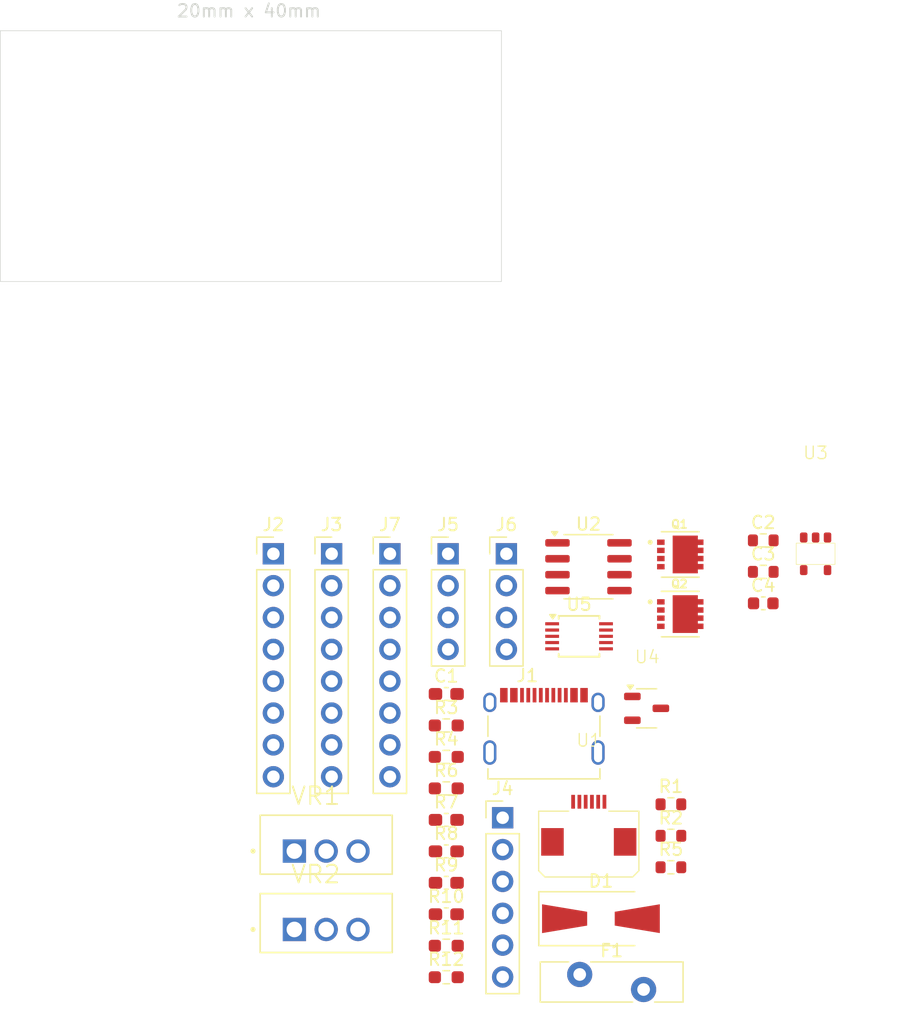
<source format=kicad_pcb>
(kicad_pcb (version 20240108) (generator "pcbnew") (generator_version "8.0")
  (layers (0 "F.Cu" signal) (31 "B.Cu" signal) (34 "B.Paste" user) (35 "F.Paste" user) (36 "B.SilkS" user "B.Silkscreen") (37 "F.SilkS" user "F.Silkscreen") (38 "B.Mask" user) (39 "F.Mask" user) (44 "Edge.Cuts" user))
  (net 0 "")
  (net 1 "GND")
  (net 2 "+3V3")
  (net 3 "PWR")
  (net 4 "USB PWR")
  (net 5 "Net-(D1-K)")
  (net 8 "Net-(J1-CC1)")
  (net 9 "USB +")
  (net 10 "USB -")
  (net 11 "Net-(J1-CC2)")
  (net 12 "Raw PWR 0")
  (net 13 "Raw PWR 1")
  (net 14 "+5V")
  (net 15 "Net-(VR1-INPUT)")
  (net 16 "Net-(U4-D)")
  (net 17 "Net-(VR2-INPUT)")
  (net 18 "Analog Voltage")
  (net 19 "Net-(U4-G)")
  (net 20 "Fin Batt Voltage 0")
  (net 21 "Fin Batt Voltage 1")
  (net 22 "SCL")
  (net 23 "SDA")
  (net 25 "Analog Current")
  (footprint "Connector_PinHeader_2.54mm:PinHeader_1x08_P2.54mm_Vertical" (layer "F.Cu") (at 131.095 91.72)
    (property "Reference" "J7" (at 0 -2.33 0) (layer "F.SilkS"))
    (property "Value" "JST [G]")
    (fp_line (start -1.33 -1.33) (end 0 -1.33) (stroke (width 0.12)) (layer "F.SilkS"))
    (fp_line (start -1.33 0) (end -1.33 -1.33) (stroke (width 0.12)) (layer "F.SilkS"))
    (fp_line (start -1.33 1.27) (end -1.33 19.11) (stroke (width 0.12)) (layer "F.SilkS"))
    (fp_line (start -1.33 1.27) (end 1.33 1.27) (stroke (width 0.12)) (layer "F.SilkS"))
    (fp_line (start -1.33 19.11) (end 1.33 19.11) (stroke (width 0.12)) (layer "F.SilkS"))
    (fp_line (start 1.33 1.27) (end 1.33 19.11) (stroke (width 0.12)) (layer "F.SilkS"))
    (pad "1" thru_hole rect (at 0 0) (size 1.7 1.7) (drill 1) (layers "*.Cu" "*.Mask") (net 1 "GND"))
    (pad "2" thru_hole oval (at 0 2.54) (size 1.7 1.7) (drill 1) (layers "*.Cu" "*.Mask") (net 1 "GND"))
    (pad "3" thru_hole oval (at 0 5.08) (size 1.7 1.7) (drill 1) (layers "*.Cu" "*.Mask") (net 14 "+5V"))
    (pad "4" thru_hole oval (at 0 7.62) (size 1.7 1.7) (drill 1) (layers "*.Cu" "*.Mask") (net 14 "+5V"))
    (pad "5" thru_hole oval (at 0 10.16) (size 1.7 1.7) (drill 1) (layers "*.Cu" "*.Mask") (net 14 "+5V"))
    (pad "6" thru_hole oval (at 0 12.7) (size 1.7 1.7) (drill 1) (layers "*.Cu" "*.Mask") (net 14 "+5V"))
    (pad "7" thru_hole oval (at 0 15.24) (size 1.7 1.7) (drill 1) (layers "*.Cu" "*.Mask") (net 1 "GND"))
    (pad "8" thru_hole oval (at 0 17.78) (size 1.7 1.7) (drill 1) (layers "*.Cu" "*.Mask") (net 1 "GND"))
  )
  (footprint "Connector_PinHeader_2.54mm:PinHeader_1x04_P2.54mm_Vertical" (layer "F.Cu") (at 140.395 91.72)
    (property "Reference" "J6" (at 0 -2.33 0) (layer "F.SilkS"))
    (property "Value" "JST [B]")
    (fp_line (start -1.33 -1.33) (end 0 -1.33) (stroke (width 0.12)) (layer "F.SilkS"))
    (fp_line (start -1.33 0) (end -1.33 -1.33) (stroke (width 0.12)) (layer "F.SilkS"))
    (fp_line (start -1.33 1.27) (end -1.33 8.95) (stroke (width 0.12)) (layer "F.SilkS"))
    (fp_line (start -1.33 1.27) (end 1.33 1.27) (stroke (width 0.12)) (layer "F.SilkS"))
    (fp_line (start -1.33 8.95) (end 1.33 8.95) (stroke (width 0.12)) (layer "F.SilkS"))
    (fp_line (start 1.33 1.27) (end 1.33 8.95) (stroke (width 0.12)) (layer "F.SilkS"))
    (pad "1" thru_hole rect (at 0 0) (size 1.7 1.7) (drill 1) (layers "*.Cu" "*.Mask") (net 1 "GND"))
    (pad "2" thru_hole oval (at 0 2.54) (size 1.7 1.7) (drill 1) (layers "*.Cu" "*.Mask") (net 14 "+5V"))
    (pad "3" thru_hole oval (at 0 5.08) (size 1.7 1.7) (drill 1) (layers "*.Cu" "*.Mask") (net 14 "+5V"))
    (pad "4" thru_hole oval (at 0 7.62) (size 1.7 1.7) (drill 1) (layers "*.Cu" "*.Mask") (net 1 "GND"))
  )
  (footprint "Resistor_SMD:R_0603_1608Metric" (layer "F.Cu") (at 153.525 111.7)
    (property "Reference" "R1" (at 0 -1.43 0) (layer "F.SilkS"))
    (property "Value" "5.1K")
    (fp_line (start -0.237258 -0.5225) (end 0.237258 -0.5225) (stroke (width 0.12)) (layer "F.SilkS"))
    (fp_line (start -0.237258 0.5225) (end 0.237258 0.5225) (stroke (width 0.12)) (layer "F.SilkS"))
    (pad "1" smd roundrect (at -0.825 0) (size 0.8 0.95) (layers "F.Cu" "F.Paste" "F.Mask") (net 11 "Net-(J1-CC2)"))
    (pad "2" smd roundrect (at 0.825 0) (size 0.8 0.95) (layers "F.Cu" "F.Paste" "F.Mask") (net 1 "GND"))
  )
  (footprint "Fuse:Fuse_Bourns_MF-RHT500" (layer "F.Cu") (at 146.245 125.27)
    (property "Reference" "F1" (at 2.55 -1.9 0) (layer "F.SilkS"))
    (property "Value" "BK16-500-SZ")
    (fp_line (start -3.15 -1) (end -3.15 2.2) (stroke (width 0.12)) (layer "F.SilkS"))
    (fp_line (start -3.15 -1) (end -0.879 -1) (stroke (width 0.12)) (layer "F.SilkS"))
    (fp_line (start -3.15 2.2) (end 4.222 2.2) (stroke (width 0.12)) (layer "F.SilkS"))
    (fp_line (start 0.879 -1) (end 8.25 -1) (stroke (width 0.12)) (layer "F.SilkS"))
    (fp_line (start 5.979 2.2) (end 8.25 2.2) (stroke (width 0.12)) (layer "F.SilkS"))
    (fp_line (start 8.25 -1) (end 8.25 2.2) (stroke (width 0.12)) (layer "F.SilkS"))
    (pad "1" thru_hole circle (at 0 0) (size 2.01 2.01) (drill 1.01) (layers "*.Cu" "*.Mask") (net 5 "Net-(D1-K)"))
    (pad "2" thru_hole circle (at 5.1 1.2) (size 2.01 2.01) (drill 1.01) (layers "*.Cu" "*.Mask") (net 3 "PWR"))
  )
  (footprint "Capacitor_SMD:C_0603_1608Metric_Pad1.08x0.95mm_HandSolder" (layer "F.Cu") (at 135.595 115.45)
    (property "Reference" "R8" (at 0 -1.43 0) (layer "F.SilkS"))
    (property "Value" "3K")
    (fp_line (start -0.146267 -0.51) (end 0.146267 -0.51) (stroke (width 0.12)) (layer "F.SilkS"))
    (fp_line (start -0.146267 0.51) (end 0.146267 0.51) (stroke (width 0.12)) (layer "F.SilkS"))
    (pad "1" smd roundrect (at -0.8625 0) (size 1.075 0.95) (layers "F.Cu" "F.Paste" "F.Mask") (net 20 "Fin Batt Voltage 0"))
    (pad "2" smd roundrect (at 0.8625 0) (size 1.075 0.95) (layers "F.Cu" "F.Paste" "F.Mask") (net 1 "GND"))
  )
  (footprint "Resistor_SMD:R_0603_1608Metric_Pad0.98x0.95mm_HandSolder" (layer "F.Cu") (at 135.595 107.92)
    (property "Reference" "R4" (at 0 -1.43 0) (layer "F.SilkS"))
    (property "Value" "4K")
    (fp_line (start -0.254724 -0.5225) (end 0.254724 -0.5225) (stroke (width 0.12)) (layer "F.SilkS"))
    (fp_line (start -0.254724 0.5225) (end 0.254724 0.5225) (stroke (width 0.12)) (layer "F.SilkS"))
    (pad "1" smd roundrect (at -0.9125 0) (size 0.975 0.95) (layers "F.Cu" "F.Paste" "F.Mask") (net 18 "Analog Voltage"))
    (pad "2" smd roundrect (at 0.9125 0) (size 0.975 0.95) (layers "F.Cu" "F.Paste" "F.Mask") (net 1 "GND"))
  )
  (footprint "Capacitor_SMD:C_0603_1608Metric_Pad1.08x0.95mm_HandSolder" (layer "F.Cu") (at 135.595 117.96)
    (property "Reference" "R9" (at 0 -1.43 0) (layer "F.SilkS"))
    (property "Value" "12K")
    (fp_line (start -0.146267 -0.51) (end 0.146267 -0.51) (stroke (width 0.12)) (layer "F.SilkS"))
    (fp_line (start -0.146267 0.51) (end 0.146267 0.51) (stroke (width 0.12)) (layer "F.SilkS"))
    (pad "1" smd roundrect (at -0.8625 0) (size 1.075 0.95) (layers "F.Cu" "F.Paste" "F.Mask") (net 13 "Raw PWR 1"))
    (pad "2" smd roundrect (at 0.8625 0) (size 1.075 0.95) (layers "F.Cu" "F.Paste" "F.Mask") (net 21 "Fin Batt Voltage 1"))
  )
  (footprint "Resistor_SMD:R_0603_1608Metric_Pad0.98x0.95mm_HandSolder" (layer "F.Cu") (at 135.595 105.41)
    (property "Reference" "R3" (at 0 -1.43 0) (layer "F.SilkS"))
    (property "Value" "4K")
    (fp_line (start -0.254724 -0.5225) (end 0.254724 -0.5225) (stroke (width 0.12)) (layer "F.SilkS"))
    (fp_line (start -0.254724 0.5225) (end 0.254724 0.5225) (stroke (width 0.12)) (layer "F.SilkS"))
    (pad "1" smd roundrect (at -0.9125 0) (size 0.975 0.95) (layers "F.Cu" "F.Paste" "F.Mask") (net 3 "PWR"))
    (pad "2" smd roundrect (at 0.9125 0) (size 0.975 0.95) (layers "F.Cu" "F.Paste" "F.Mask") (net 18 "Analog Voltage"))
  )
  (footprint "Capacitor_SMD:C_0603_1608Metric_Pad1.08x0.95mm_HandSolder" (layer "F.Cu") (at 135.595 120.47)
    (property "Reference" "R10" (at 0 -1.43 0) (layer "F.SilkS"))
    (property "Value" "3K")
    (fp_line (start -0.146267 -0.51) (end 0.146267 -0.51) (stroke (width 0.12)) (layer "F.SilkS"))
    (fp_line (start -0.146267 0.51) (end 0.146267 0.51) (stroke (width 0.12)) (layer "F.SilkS"))
    (pad "1" smd roundrect (at -0.8625 0) (size 1.075 0.95) (layers "F.Cu" "F.Paste" "F.Mask") (net 21 "Fin Batt Voltage 1"))
    (pad "2" smd roundrect (at 0.8625 0) (size 1.075 0.95) (layers "F.Cu" "F.Paste" "F.Mask") (net 1 "GND"))
  )
  (footprint "5V_Regulator_Fixed_LM1084IT:TO254P1054X470X1955-3" (layer "F.Cu") (at 126.01 121.68)
    (property "Reference" "VR2" (at -0.835 -4.399 0) (layer "F.SilkS") (effects (font (size 1.4 1.4))))
    (property "Value" "LM1084IT-5.0_NOPB")
    (fp_line (start -5.27 -2.86) (end -5.27 1.84) (stroke (width 0.127)) (layer "F.SilkS"))
    (fp_line (start -5.27 1.84) (end 5.27 1.84) (stroke (width 0.127)) (layer "F.SilkS"))
    (fp_line (start 5.27 -2.86) (end -5.27 -2.86) (stroke (width 0.127)) (layer "F.SilkS"))
    (fp_line (start 5.27 1.84) (end 5.27 -2.86) (stroke (width 0.127)) (layer "F.SilkS"))
    (fp_circle (center -5.84 0) (end -5.74 0) (stroke (width 0.2)) (fill none) (layer "F.SilkS"))
    (pad "1" thru_hole rect (at -2.54 0) (size 1.86 1.86) (drill 1.24) (layers "*.Cu" "*.Mask") (net 1 "GND"))
    (pad "2" thru_hole circle (at 0 0) (size 1.86 1.86) (drill 1.24) (layers "*.Cu" "*.Mask") (net 3 "PWR"))
    (pad "3" thru_hole circle (at 2.54 0) (size 1.86 1.86) (drill 1.24) (layers "*.Cu" "*.Mask") (net 17 "Net-(VR2-INPUT)"))
  )
  (footprint "Resistor_SMD:R_0603_1608Metric_Pad0.98x0.95mm_HandSolder" (layer "F.Cu") (at 135.595 110.43)
    (property "Reference" "R6" (at 0 -1.43 0) (layer "F.SilkS"))
    (property "Value" "1K")
    (fp_line (start -0.254724 -0.5225) (end 0.254724 -0.5225) (stroke (width 0.12)) (layer "F.SilkS"))
    (fp_line (start -0.254724 0.5225) (end 0.254724 0.5225) (stroke (width 0.12)) (layer "F.SilkS"))
    (pad "1" smd roundrect (at -0.9125 0) (size 0.975 0.95) (layers "F.Cu" "F.Paste" "F.Mask") (net 4 "USB PWR"))
    (pad "2" smd roundrect (at 0.9125 0) (size 0.975 0.95) (layers "F.Cu" "F.Paste" "F.Mask") (net 19 "Net-(U4-G)"))
  )
  (footprint "Capacitor_SMD:C_0603_1608Metric_Pad1.08x0.95mm_HandSolder" (layer "F.Cu") (at 135.595 112.94)
    (property "Reference" "R7" (at 0 -1.43 0) (layer "F.SilkS"))
    (property "Value" "12K")
    (fp_line (start -0.146267 -0.51) (end 0.146267 -0.51) (stroke (width 0.12)) (layer "F.SilkS"))
    (fp_line (start -0.146267 0.51) (end 0.146267 0.51) (stroke (width 0.12)) (layer "F.SilkS"))
    (pad "1" smd roundrect (at -0.8625 0) (size 1.075 0.95) (layers "F.Cu" "F.Paste" "F.Mask") (net 12 "Raw PWR 0"))
    (pad "2" smd roundrect (at 0.8625 0) (size 1.075 0.95) (layers "F.Cu" "F.Paste" "F.Mask") (net 20 "Fin Batt Voltage 0"))
  )
  (footprint "Capacitor_SMD:C_0603_1608Metric_Pad1.08x0.95mm_HandSolder" (layer "F.Cu") (at 135.595 102.9)
    (property "Reference" "C1" (at 0 -1.43 0) (layer "F.SilkS"))
    (property "Value" "0.1uF")
    (fp_line (start -0.146267 -0.51) (end 0.146267 -0.51) (stroke (width 0.12)) (layer "F.SilkS"))
    (fp_line (start -0.146267 0.51) (end 0.146267 0.51) (stroke (width 0.12)) (layer "F.SilkS"))
    (pad "1" smd roundrect (at -0.8625 0) (size 1.075 0.95) (layers "F.Cu" "F.Paste" "F.Mask") (net 2 "+3V3"))
    (pad "2" smd roundrect (at 0.8625 0) (size 1.075 0.95) (layers "F.Cu" "F.Paste" "F.Mask") (net 1 "GND"))
  )
  (footprint "Capacitor_SMD:C_0603_1608Metric" (layer "F.Cu") (at 160.895 95.67)
    (property "Reference" "C4" (at 0 -1.43 0) (layer "F.SilkS"))
    (property "Value" "10uF")
    (fp_line (start -0.14058 -0.51) (end 0.14058 -0.51) (stroke (width 0.12)) (layer "F.SilkS"))
    (fp_line (start -0.14058 0.51) (end 0.14058 0.51) (stroke (width 0.12)) (layer "F.SilkS"))
    (pad "1" smd roundrect (at -0.775 0) (size 0.9 0.95) (layers "F.Cu" "F.Paste" "F.Mask") (net 2 "+3V3"))
    (pad "2" smd roundrect (at 0.775 0) (size 0.9 0.95) (layers "F.Cu" "F.Paste" "F.Mask") (net 1 "GND"))
  )
  (footprint "Mosfet_RQ3E100BNTB:TRANS_RQ3E100BNTB" (layer "F.Cu") (at 154.27 91.7725)
    (property "Reference" "Q1" (at -0.068 -2.4064 0) (layer "F.SilkS") (effects (font (size 0.64 0.64))))
    (property "Value" "RQ3E100BNTB")
    (fp_line (start -1.5 1.814) (end 1.5 1.814) (stroke (width 0.127)) (layer "F.SilkS"))
    (fp_line (start 1.5 -1.814) (end -1.5 -1.814) (stroke (width 0.127)) (layer "F.SilkS"))
    (fp_circle (center -2.4 -0.975) (end -2.3 -0.975) (stroke (width 0.2)) (fill none) (layer "F.SilkS"))
    (pad "1_3" smd rect (at -1.55 -0.975) (size 0.6 0.43) (layers "F.Cu" "F.Paste") (net 15 "Net-(VR1-INPUT)"))
    (pad "1_3" smd rect (at -1.55 -0.325) (size 0.6 0.43) (layers "F.Cu" "F.Paste") (net 15 "Net-(VR1-INPUT)"))
    (pad "1_3" smd rect (at -1.55 0.325) (size 0.6 0.43) (layers "F.Cu" "F.Paste") (net 15 "Net-(VR1-INPUT)"))
    (pad "4" smd rect (at -1.55 0.975) (size 0.6 0.43) (layers "F.Cu" "F.Paste") (net 16 "Net-(U4-D)"))
    (pad "5_8" smd custom (at 0 0) (size 0.5 0.5) (layers "F.Cu") (net 12 "Raw PWR 0") (options (clearance outline) (anchor rect)) (primitives (gr_poly (pts (xy -0.6 -1.5) (xy 1.4 -1.5) (xy 1.4 -1.19) (xy 1.85 -1.19) (xy 1.85 -0.76) (xy 1.4 -0.76) (xy 1.4 -0.54) (xy 1.85 -0.54) (xy 1.85 -0.11) (xy 1.4 -0.11) (xy 1.4 0.11) (xy 1.85 0.11) (xy 1.85 0.54) (xy 1.4 0.54) (xy 1.4 0.76) (xy 1.85 0.76) (xy 1.85 1.19) (xy 1.4 1.19) (xy 1.4 1.5) (xy -0.6 1.5)) (width 0.01) (fill yes))))
  )
  (footprint "Diode_SMD:D_SMA-SMB_Universal_Handsoldering" (layer "F.Cu") (at 147.94 120.82)
    (property "Reference" "D1" (at 0 -3 0) (layer "F.SilkS"))
    (property "Value" "SL54A")
    (fp_line (start -4.96 -2.15) (end -4.96 2.15) (stroke (width 0.12)) (layer "F.SilkS"))
    (fp_line (start -4.96 -2.15) (end 2.7 -2.15) (stroke (width 0.12)) (layer "F.SilkS"))
    (fp_line (start -4.96 2.15) (end 2.7 2.15) (stroke (width 0.12)) (layer "F.SilkS"))
    (pad "1" smd trapezoid (at -2.9 0) (size 3.6 1.7) (rect_delta 0.6 0) (layers "F.Cu" "F.Paste" "F.Mask") (net 5 "Net-(D1-K)"))
    (pad "2" smd trapezoid (at 2.9 0 180) (size 3.6 1.7) (rect_delta 0.6 0) (layers "F.Cu" "F.Paste" "F.Mask") (net 4 "USB PWR"))
  )
  (footprint "Mosfet_RQ3E100BNTB:TRANS_RQ3E100BNTB" (layer "F.Cu") (at 154.27 96.5275)
    (property "Reference" "Q2" (at -0.068 -2.4064 0) (layer "F.SilkS") (effects (font (size 0.64 0.64))))
    (property "Value" "RQ3E100BNTB")
    (fp_line (start -1.5 1.814) (end 1.5 1.814) (stroke (width 0.127)) (layer "F.SilkS"))
    (fp_line (start 1.5 -1.814) (end -1.5 -1.814) (stroke (width 0.127)) (layer "F.SilkS"))
    (fp_circle (center -2.4 -0.975) (end -2.3 -0.975) (stroke (width 0.2)) (fill none) (layer "F.SilkS"))
    (pad "1_3" smd rect (at -1.55 -0.975) (size 0.6 0.43) (layers "F.Cu" "F.Paste") (net 17 "Net-(VR2-INPUT)"))
    (pad "1_3" smd rect (at -1.55 -0.325) (size 0.6 0.43) (layers "F.Cu" "F.Paste") (net 17 "Net-(VR2-INPUT)"))
    (pad "1_3" smd rect (at -1.55 0.325) (size 0.6 0.43) (layers "F.Cu" "F.Paste") (net 17 "Net-(VR2-INPUT)"))
    (pad "4" smd rect (at -1.55 0.975) (size 0.6 0.43) (layers "F.Cu" "F.Paste") (net 16 "Net-(U4-D)"))
    (pad "5_8" smd custom (at 0 0) (size 0.5 0.5) (layers "F.Cu") (net 13 "Raw PWR 1") (options (clearance outline) (anchor rect)) (primitives (gr_poly (pts (xy -0.6 -1.5) (xy 1.4 -1.5) (xy 1.4 -1.19) (xy 1.85 -1.19) (xy 1.85 -0.76) (xy 1.4 -0.76) (xy 1.4 -0.54) (xy 1.85 -0.54) (xy 1.85 -0.11) (xy 1.4 -0.11) (xy 1.4 0.11) (xy 1.85 0.11) (xy 1.85 0.54) (xy 1.4 0.54) (xy 1.4 0.76) (xy 1.85 0.76) (xy 1.85 1.19) (xy 1.4 1.19) (xy 1.4 1.5) (xy -0.6 1.5)) (width 0.01) (fill yes))))
  )
  (footprint "Resistor_SMD:R_0603_1608Metric" (layer "F.Cu") (at 160.895 90.65)
    (property "Reference" "C2" (at 0 -1.43 0) (layer "F.SilkS"))
    (property "Value" "1uF")
    (fp_line (start -0.237258 -0.5225) (end 0.237258 -0.5225) (stroke (width 0.12)) (layer "F.SilkS"))
    (fp_line (start -0.237258 0.5225) (end 0.237258 0.5225) (stroke (width 0.12)) (layer "F.SilkS"))
    (pad "1" smd roundrect (at -0.825 0) (size 0.8 0.95) (layers "F.Cu" "F.Paste" "F.Mask") (net 3 "PWR"))
    (pad "2" smd roundrect (at 0.825 0) (size 0.8 0.95) (layers "F.Cu" "F.Paste" "F.Mask") (net 1 "GND"))
  )
  (footprint "Connector_PinHeader_2.54mm:PinHeader_1x08_P2.54mm_Vertical" (layer "F.Cu") (at 126.445 91.72)
    (property "Reference" "J3" (at 0 -2.33 0) (layer "F.SilkS"))
    (property "Value" "JST [P]")
    (fp_line (start -1.33 -1.33) (end 0 -1.33) (stroke (width 0.12)) (layer "F.SilkS"))
    (fp_line (start -1.33 0) (end -1.33 -1.33) (stroke (width 0.12)) (layer "F.SilkS"))
    (fp_line (start -1.33 1.27) (end -1.33 19.11) (stroke (width 0.12)) (layer "F.SilkS"))
    (fp_line (start -1.33 1.27) (end 1.33 1.27) (stroke (width 0.12)) (layer "F.SilkS"))
    (fp_line (start -1.33 19.11) (end 1.33 19.11) (stroke (width 0.12)) (layer "F.SilkS"))
    (fp_line (start 1.33 1.27) (end 1.33 19.11) (stroke (width 0.12)) (layer "F.SilkS"))
    (pad "1" thru_hole rect (at 0 0) (size 1.7 1.7) (drill 1) (layers "*.Cu" "*.Mask") (net 1 "GND"))
    (pad "2" thru_hole oval (at 0 2.54) (size 1.7 1.7) (drill 1) (layers "*.Cu" "*.Mask") (net 1 "GND"))
    (pad "3" thru_hole oval (at 0 5.08) (size 1.7 1.7) (drill 1) (layers "*.Cu" "*.Mask") (net 13 "Raw PWR 1"))
    (pad "4" thru_hole oval (at 0 7.62) (size 1.7 1.7) (drill 1) (layers "*.Cu" "*.Mask") (net 13 "Raw PWR 1"))
    (pad "5" thru_hole oval (at 0 10.16) (size 1.7 1.7) (drill 1) (layers "*.Cu" "*.Mask") (net 13 "Raw PWR 1"))
    (pad "6" thru_hole oval (at 0 12.7) (size 1.7 1.7) (drill 1) (layers "*.Cu" "*.Mask") (net 13 "Raw PWR 1"))
    (pad "7" thru_hole oval (at 0 15.24) (size 1.7 1.7) (drill 1) (layers "*.Cu" "*.Mask") (net 1 "GND"))
    (pad "8" thru_hole oval (at 0 17.78) (size 1.7 1.7) (drill 1) (layers "*.Cu" "*.Mask") (net 1 "GND"))
  )
  (footprint "Resistor_SMD:R_0603_1608Metric_Pad0.98x0.95mm_HandSolder" (layer "F.Cu") (at 135.595 122.98)
    (property "Reference" "R11" (at 0 -1.43 0) (layer "F.SilkS"))
    (property "Value" "10K")
    (fp_line (start -0.254724 -0.5225) (end 0.254724 -0.5225) (stroke (width 0.12)) (layer "F.SilkS"))
    (fp_line (start -0.254724 0.5225) (end 0.254724 0.5225) (stroke (width 0.12)) (layer "F.SilkS"))
    (pad "1" smd roundrect (at -0.9125 0) (size 0.975 0.95) (layers "F.Cu" "F.Paste" "F.Mask") (net 2 "+3V3"))
    (pad "2" smd roundrect (at 0.9125 0) (size 0.975 0.95) (layers "F.Cu" "F.Paste" "F.Mask") (net 22 "SCL"))
  )
  (footprint "Resistor_SMD:R_0603_1608Metric" (layer "F.Cu") (at 153.525 114.21)
    (property "Reference" "R2" (at 0 -1.43 0) (layer "F.SilkS"))
    (property "Value" "5.1K")
    (fp_line (start -0.237258 -0.5225) (end 0.237258 -0.5225) (stroke (width 0.12)) (layer "F.SilkS"))
    (fp_line (start -0.237258 0.5225) (end 0.237258 0.5225) (stroke (width 0.12)) (layer "F.SilkS"))
    (pad "1" smd roundrect (at -0.825 0) (size 0.8 0.95) (layers "F.Cu" "F.Paste" "F.Mask") (net 8 "Net-(J1-CC1)"))
    (pad "2" smd roundrect (at 0.825 0) (size 0.8 0.95) (layers "F.Cu" "F.Paste" "F.Mask") (net 1 "GND"))
  )
  (footprint "5V_Regulator_Fixed_LM1084IT:TO254P1054X470X1955-3" (layer "F.Cu") (at 126.01 115.43)
    (property "Reference" "VR1" (at -0.835 -4.399 0) (layer "F.SilkS") (effects (font (size 1.4 1.4))))
    (property "Value" "LM1084IT-5.0_NOPB")
    (fp_line (start -5.27 -2.86) (end -5.27 1.84) (stroke (width 0.127)) (layer "F.SilkS"))
    (fp_line (start -5.27 1.84) (end 5.27 1.84) (stroke (width 0.127)) (layer "F.SilkS"))
    (fp_line (start 5.27 -2.86) (end -5.27 -2.86) (stroke (width 0.127)) (layer "F.SilkS"))
    (fp_line (start 5.27 1.84) (end 5.27 -2.86) (stroke (width 0.127)) (layer "F.SilkS"))
    (fp_circle (center -5.84 0) (end -5.74 0) (stroke (width 0.2)) (fill none) (layer "F.SilkS"))
    (pad "1" thru_hole rect (at -2.54 0) (size 1.86 1.86) (drill 1.24) (layers "*.Cu" "*.Mask") (net 1 "GND"))
    (pad "2" thru_hole circle (at 0 0) (size 1.86 1.86) (drill 1.24) (layers "*.Cu" "*.Mask") (net 3 "PWR"))
    (pad "3" thru_hole circle (at 2.54 0) (size 1.86 1.86) (drill 1.24) (layers "*.Cu" "*.Mask") (net 15 "Net-(VR1-INPUT)"))
  )
  (footprint "Connector_PinHeader_2.54mm:PinHeader_1x06_P2.54mm_Vertical" (layer "F.Cu") (at 140.095 112.77)
    (property "Reference" "J4" (at 0 -2.33 0) (layer "F.SilkS"))
    (property "Value" "JST [USB]")
    (fp_line (start -1.33 -1.33) (end 0 -1.33) (stroke (width 0.12)) (layer "F.SilkS"))
    (fp_line (start -1.33 0) (end -1.33 -1.33) (stroke (width 0.12)) (layer "F.SilkS"))
    (fp_line (start -1.33 1.27) (end -1.33 14.03) (stroke (width 0.12)) (layer "F.SilkS"))
    (fp_line (start -1.33 1.27) (end 1.33 1.27) (stroke (width 0.12)) (layer "F.SilkS"))
    (fp_line (start -1.33 14.03) (end 1.33 14.03) (stroke (width 0.12)) (layer "F.SilkS"))
    (fp_line (start 1.33 1.27) (end 1.33 14.03) (stroke (width 0.12)) (layer "F.SilkS"))
    (pad "1" thru_hole rect (at 0 0) (size 1.7 1.7) (drill 1) (layers "*.Cu" "*.Mask") (net 1 "GND"))
    (pad "2" thru_hole oval (at 0 2.54) (size 1.7 1.7) (drill 1) (layers "*.Cu" "*.Mask") (net 4 "USB PWR"))
    (pad "3" thru_hole oval (at 0 5.08) (size 1.7 1.7) (drill 1) (layers "*.Cu" "*.Mask") (net 9 "USB +"))
    (pad "4" thru_hole oval (at 0 7.62) (size 1.7 1.7) (drill 1) (layers "*.Cu" "*.Mask") (net 10 "USB -"))
    (pad "5" thru_hole oval (at 0 10.16) (size 1.7 1.7) (drill 1) (layers "*.Cu" "*.Mask") (net 4 "USB PWR"))
    (pad "6" thru_hole oval (at 0 12.7) (size 1.7 1.7) (drill 1) (layers "*.Cu" "*.Mask") (net 1 "GND"))
  )
  (footprint "FFC_Connector:FFC Aliexpress 0.5mm 6P" (layer "F.Cu") (at 146.97 112.445)
    (property "Reference" "U1" (at 0 -5.85 0) (layer "F.SilkS") (effects (font (thickness 0.1))))
    (property "Value" "FFC [K]")
    (fp_line (start -4 -0.2) (end -1.6 -0.2) (stroke (width 0.1)) (layer "F.SilkS"))
    (fp_line (start -4 3.15) (end -4 -0.2) (stroke (width 0.1)) (layer "F.SilkS"))
    (fp_line (start -4 4.55) (end -4 3.15) (stroke (width 0.1)) (layer "F.SilkS"))
    (fp_line (start -3.5 5.05) (end -4 4.55) (stroke (width 0.1)) (layer "F.SilkS"))
    (fp_line (start -3.5 5.05) (end 3.5 5.05) (stroke (width 0.1)) (layer "F.SilkS"))
    (fp_line (start 1.6 -0.2) (end 4 -0.2) (stroke (width 0.1)) (layer "F.SilkS"))
    (fp_line (start 3.5 5.05) (end 4 4.55) (stroke (width 0.1)) (layer "F.SilkS"))
    (fp_line (start 4 -0.2) (end 4 3.15) (stroke (width 0.1)) (layer "F.SilkS"))
    (fp_line (start 4 4.55) (end 4 3.15) (stroke (width 0.1)) (layer "F.SilkS"))
    (pad "" smd rect (at -2.9 2.25) (size 1.8 2.2) (layers "F.Cu" "F.Paste" "F.Mask"))
    (pad "" smd rect (at 2.9 2.25) (size 1.8 2.2) (layers "F.Cu" "F.Paste" "F.Mask"))
    (pad "1" smd rect (at -1.25 -0.95) (size 0.3 1.1) (layers "F.Cu" "F.Paste" "F.Mask") (net 1 "GND"))
    (pad "2" smd rect (at -0.75 -0.95) (size 0.3 1.1) (layers "F.Cu" "F.Paste" "F.Mask") (net 23 "SDA"))
    (pad "3" smd rect (at -0.25 -0.95) (size 0.3 1.1) (layers "F.Cu" "F.Paste" "F.Mask") (net 9 "USB +"))
    (pad "4" smd rect (at 0.25 -0.95) (size 0.3 1.1) (layers "F.Cu" "F.Paste" "F.Mask") (net 10 "USB -"))
    (pad "5" smd rect (at 0.75 -0.95) (size 0.3 1.1) (layers "F.Cu" "F.Paste" "F.Mask") (net 22 "SCL"))
    (pad "6" smd rect (at 1.25 -0.95) (size 0.3 1.1) (layers "F.Cu" "F.Paste" "F.Mask") (net 1 "GND"))
  )
  (footprint "USBC_10171746_00021LF:AMPHENOL_10171746-00021LF" (layer "F.Cu") (at 143.39 107.57)
    (property "Reference" "J1" (at -1.325 -6.135 0) (layer "F.SilkS"))
    (property "Value" "10171746-00021LF")
    (fp_line (start -4.47 -2.905) (end -4.47 -1.295) (stroke (width 0.127)) (layer "F.SilkS"))
    (fp_line (start -4.47 2.1) (end -4.47 1.295) (stroke (width 0.127)) (layer "F.SilkS"))
    (fp_line (start 4.47 -2.905) (end 4.47 -1.295) (stroke (width 0.127)) (layer "F.SilkS"))
    (fp_line (start 4.47 2.1) (end -4.47 2.1) (stroke (width 0.127)) (layer "F.SilkS"))
    (fp_line (start 4.47 2.1) (end 4.47 1.295) (stroke (width 0.127)) (layer "F.SilkS"))
    (pad "A1_B12" smd rect (at -3.2 -4.575) (size 0.6 1.15) (layers "F.Cu" "F.Paste" "F.Mask") (net 1 "GND"))
    (pad "A4_B9" smd rect (at -2.4 -4.575) (size 0.6 1.15) (layers "F.Cu" "F.Paste" "F.Mask") (net 4 "USB PWR"))
    (pad "A5" smd rect (at -1.25 -4.575) (size 0.3 1.15) (layers "F.Cu" "F.Paste" "F.Mask") (net 8 "Net-(J1-CC1)"))
    (pad "A6" smd rect (at -0.25 -4.575) (size 0.3 1.15) (layers "F.Cu" "F.Paste" "F.Mask") (net 9 "USB +"))
    (pad "A7" smd rect (at 0.25 -4.575) (size 0.3 1.15) (layers "F.Cu" "F.Paste" "F.Mask") (net 10 "USB -"))
    (pad "A8" smd rect (at 1.25 -4.575) (size 0.3 1.15) (layers "F.Cu" "F.Paste" "F.Mask"))
    (pad "B1_A12" smd rect (at 3.2 -4.575) (size 0.6 1.15) (layers "F.Cu" "F.Paste" "F.Mask") (net 1 "GND"))
    (pad "B4_A9" smd rect (at 2.4 -4.575) (size 0.6 1.15) (layers "F.Cu" "F.Paste" "F.Mask") (net 4 "USB PWR"))
    (pad "B5" smd rect (at 1.75 -4.575) (size 0.3 1.15) (layers "F.Cu" "F.Paste" "F.Mask") (net 11 "Net-(J1-CC2)"))
    (pad "B6" smd rect (at 0.75 -4.575) (size 0.3 1.15) (layers "F.Cu" "F.Paste" "F.Mask") (net 9 "USB +"))
    (pad "B7" smd rect (at -0.75 -4.575) (size 0.3 1.15) (layers "F.Cu" "F.Paste" "F.Mask") (net 10 "USB -"))
    (pad "B8" smd rect (at -1.75 -4.575) (size 0.3 1.15) (layers "F.Cu" "F.Paste" "F.Mask"))
    (pad "SH1" thru_hole oval (at -4.32 -4) (size 1.05 1.55) (drill oval 0.65 1.15) (layers "*.Cu" "*.Mask") (net 1 "GND"))
    (pad "SH2" thru_hole oval (at 4.32 -4) (size 1.05 1.55) (drill oval 0.65 1.15) (layers "*.Cu" "*.Mask") (net 1 "GND"))
    (pad "SH3" thru_hole oval (at -4.32 0) (size 1.05 1.95) (drill oval 0.65 1.55) (layers "*.Cu" "*.Mask") (net 1 "GND"))
    (pad "SH4" thru_hole oval (at 4.32 0) (size 1.05 1.95) (drill oval 0.65 1.55) (layers "*.Cu" "*.Mask") (net 1 "GND"))
  )
  (footprint "AP7366-SOT25:AP7366" (layer "F.Cu") (at 165.075 91.72)
    (property "Reference" "U3" (at 0 -8.05 0) (layer "F.SilkS") (effects (font (thickness 0.1))))
    (property "Value" "AP7366-33W5-7")
    (fp_rect (start -1.55 -0.85) (end 1.55 0.85) (stroke (width 0.05)) (fill none) (layer "F.SilkS"))
    (pad "1" smd roundrect (at 0.95 -1.3 90) (size 0.8 0.6) (layers "F.Cu" "F.Paste" "F.Mask") (net 3 "PWR"))
    (pad "2" smd roundrect (at 0 -1.3 90) (size 0.8 0.6) (layers "F.Cu" "F.Paste" "F.Mask") (net 1 "GND"))
    (pad "3" smd roundrect (at -0.95 -1.3 90) (size 0.8 0.6) (layers "F.Cu" "F.Paste" "F.Mask") (net 3 "PWR"))
    (pad "4" smd roundrect (at -0.95 1.3 90) (size 0.8 0.6) (layers "F.Cu" "F.Paste" "F.Mask"))
    (pad "5" smd roundrect (at 0.95 1.3 90) (size 0.8 0.6) (layers "F.Cu" "F.Paste" "F.Mask") (net 2 "+3V3"))
  )
  (footprint "Resistor_SMD:R_0603_1608Metric" (layer "F.Cu") (at 160.895 93.16)
    (property "Reference" "C3" (at 0 -1.43 0) (layer "F.SilkS"))
    (property "Value" "1uF")
    (fp_line (start -0.237258 -0.5225) (end 0.237258 -0.5225) (stroke (width 0.12)) (layer "F.SilkS"))
    (fp_line (start -0.237258 0.5225) (end 0.237258 0.5225) (stroke (width 0.12)) (layer "F.SilkS"))
    (pad "1" smd roundrect (at -0.825 0) (size 0.8 0.95) (layers "F.Cu" "F.Paste" "F.Mask") (net 2 "+3V3"))
    (pad "2" smd roundrect (at 0.825 0) (size 0.8 0.95) (layers "F.Cu" "F.Paste" "F.Mask") (net 1 "GND"))
  )
  (footprint "Connector_PinHeader_2.54mm:PinHeader_1x04_P2.54mm_Vertical" (layer "F.Cu") (at 135.745 91.72)
    (property "Reference" "J5" (at 0 -2.33 0) (layer "F.SilkS"))
    (property "Value" "JST [C]")
    (fp_line (start -1.33 -1.33) (end 0 -1.33) (stroke (width 0.12)) (layer "F.SilkS"))
    (fp_line (start -1.33 0) (end -1.33 -1.33) (stroke (width 0.12)) (layer "F.SilkS"))
    (fp_line (start -1.33 1.27) (end -1.33 8.95) (stroke (width 0.12)) (layer "F.SilkS"))
    (fp_line (start -1.33 1.27) (end 1.33 1.27) (stroke (width 0.12)) (layer "F.SilkS"))
    (fp_line (start -1.33 8.95) (end 1.33 8.95) (stroke (width 0.12)) (layer "F.SilkS"))
    (fp_line (start 1.33 1.27) (end 1.33 8.95) (stroke (width 0.12)) (layer "F.SilkS"))
    (pad "1" thru_hole rect (at 0 0) (size 1.7 1.7) (drill 1) (layers "*.Cu" "*.Mask") (net 1 "GND"))
    (pad "2" thru_hole oval (at 0 2.54) (size 1.7 1.7) (drill 1) (layers "*.Cu" "*.Mask") (net 14 "+5V"))
    (pad "3" thru_hole oval (at 0 5.08) (size 1.7 1.7) (drill 1) (layers "*.Cu" "*.Mask") (net 14 "+5V"))
    (pad "4" thru_hole oval (at 0 7.62) (size 1.7 1.7) (drill 1) (layers "*.Cu" "*.Mask") (net 1 "GND"))
  )
  (footprint "Package_SO:SOIC-8_3.9x4.9mm_P1.27mm" (layer "F.Cu") (at 146.945 92.75)
    (property "Reference" "U2" (at 0 -3.4 0) (layer "F.SilkS"))
    (property "Value" "TMCS1108A2BQDR")
    (fp_line (start 0 -2.56) (end -1.95 -2.56) (stroke (width 0.12)) (layer "F.SilkS"))
    (fp_line (start 0 -2.56) (end 1.95 -2.56) (stroke (width 0.12)) (layer "F.SilkS"))
    (fp_line (start 0 2.56) (end -1.95 2.56) (stroke (width 0.12)) (layer "F.SilkS"))
    (fp_line (start 0 2.56) (end 1.95 2.56) (stroke (width 0.12)) (layer "F.SilkS"))
    (fp_poly (pts (xy -2.7 -2.465) (xy -2.94 -2.795) (xy -2.46 -2.795) (xy -2.7 -2.465)) (stroke (width 0.12)) (fill solid) (layer "F.SilkS"))
    (pad "1" smd roundrect (at -2.475 -1.905) (size 1.95 0.6) (layers "F.Cu" "F.Paste" "F.Mask") (net 3 "PWR"))
    (pad "2" smd roundrect (at -2.475 -0.635) (size 1.95 0.6) (layers "F.Cu" "F.Paste" "F.Mask") (net 3 "PWR"))
    (pad "3" smd roundrect (at -2.475 0.635) (size 1.95 0.6) (layers "F.Cu" "F.Paste" "F.Mask") (net 14 "+5V"))
    (pad "4" smd roundrect (at -2.475 1.905) (size 1.95 0.6) (layers "F.Cu" "F.Paste" "F.Mask") (net 14 "+5V"))
    (pad "5" smd roundrect (at 2.475 1.905) (size 1.95 0.6) (layers "F.Cu" "F.Paste" "F.Mask") (net 1 "GND"))
    (pad "6" smd roundrect (at 2.475 0.635) (size 1.95 0.6) (layers "F.Cu" "F.Paste" "F.Mask"))
    (pad "7" smd roundrect (at 2.475 -0.635) (size 1.95 0.6) (layers "F.Cu" "F.Paste" "F.Mask") (net 25 "Analog Current"))
    (pad "8" smd roundrect (at 2.475 -1.905) (size 1.95 0.6) (layers "F.Cu" "F.Paste" "F.Mask") (net 2 "+3V3"))
  )
  (footprint "Mosfet_RSC002P03:RSC002P03" (layer "F.Cu") (at 151.635 104.045)
    (property "Reference" "U4" (at 0 -4.1 0) (layer "F.SilkS") (effects (font (thickness 0.1))))
    (property "Value" "RSC002P03")
    (fp_line (start -0.05 -1.56) (end -0.85 -1.56) (stroke (width 0.12)) (layer "F.SilkS"))
    (fp_line (start -0.05 -1.56) (end 0.75 -1.56) (stroke (width 0.12)) (layer "F.SilkS"))
    (fp_line (start -0.05 1.56) (end -0.85 1.56) (stroke (width 0.12)) (layer "F.SilkS"))
    (fp_line (start -0.05 1.56) (end 0.75 1.56) (stroke (width 0.12)) (layer "F.SilkS"))
    (fp_poly (pts (xy -1.35 -1.51) (xy -1.59 -1.84) (xy -1.11 -1.84) (xy -1.35 -1.51)) (stroke (width 0.12)) (fill solid) (layer "F.SilkS"))
    (pad "1" smd roundrect (at -1.1875 -0.95) (size 1.325 0.6) (layers "F.Cu" "F.Paste" "F.Mask") (net 19 "Net-(U4-G)"))
    (pad "2" smd roundrect (at -1.1875 0.95) (size 1.325 0.6) (layers "F.Cu" "F.Paste" "F.Mask") (net 4 "USB PWR"))
    (pad "3" smd roundrect (at 1.0875 0) (size 1.325 0.6) (layers "F.Cu" "F.Paste" "F.Mask") (net 16 "Net-(U4-D)"))
  )
  (footprint "Connector_PinHeader_2.54mm:PinHeader_1x08_P2.54mm_Vertical" (layer "F.Cu") (at 121.795 91.72)
    (property "Reference" "J2" (at 0 -2.33 0) (layer "F.SilkS"))
    (property "Value" "JST [P]")
    (fp_line (start -1.33 -1.33) (end 0 -1.33) (stroke (width 0.12)) (layer "F.SilkS"))
    (fp_line (start -1.33 0) (end -1.33 -1.33) (stroke (width 0.12)) (layer "F.SilkS"))
    (fp_line (start -1.33 1.27) (end -1.33 19.11) (stroke (width 0.12)) (layer "F.SilkS"))
    (fp_line (start -1.33 1.27) (end 1.33 1.27) (stroke (width 0.12)) (layer "F.SilkS"))
    (fp_line (start -1.33 19.11) (end 1.33 19.11) (stroke (width 0.12)) (layer "F.SilkS"))
    (fp_line (start 1.33 1.27) (end 1.33 19.11) (stroke (width 0.12)) (layer "F.SilkS"))
    (pad "1" thru_hole rect (at 0 0) (size 1.7 1.7) (drill 1) (layers "*.Cu" "*.Mask") (net 1 "GND"))
    (pad "2" thru_hole oval (at 0 2.54) (size 1.7 1.7) (drill 1) (layers "*.Cu" "*.Mask") (net 1 "GND"))
    (pad "3" thru_hole oval (at 0 5.08) (size 1.7 1.7) (drill 1) (layers "*.Cu" "*.Mask") (net 12 "Raw PWR 0"))
    (pad "4" thru_hole oval (at 0 7.62) (size 1.7 1.7) (drill 1) (layers "*.Cu" "*.Mask") (net 12 "Raw PWR 0"))
    (pad "5" thru_hole oval (at 0 10.16) (size 1.7 1.7) (drill 1) (layers "*.Cu" "*.Mask") (net 12 "Raw PWR 0"))
    (pad "6" thru_hole oval (at 0 12.7) (size 1.7 1.7) (drill 1) (layers "*.Cu" "*.Mask") (net 12 "Raw PWR 0"))
    (pad "7" thru_hole oval (at 0 15.24) (size 1.7 1.7) (drill 1) (layers "*.Cu" "*.Mask") (net 1 "GND"))
    (pad "8" thru_hole oval (at 0 17.78) (size 1.7 1.7) (drill 1) (layers "*.Cu" "*.Mask") (net 1 "GND"))
  )
  (footprint "Package_SO:TSSOP-10_3x3mm_P0.5mm" (layer "F.Cu") (at 146.195 98.3)
    (property "Reference" "U5" (at 0 -2.55 0) (layer "F.SilkS"))
    (property "Value" "ADS1015IDGS")
    (fp_line (start -1.625 -1.625) (end -1.625 -1.4) (stroke (width 0.15)) (layer "F.SilkS"))
    (fp_line (start -1.625 -1.625) (end 1.625 -1.625) (stroke (width 0.15)) (layer "F.SilkS"))
    (fp_line (start -1.625 1.625) (end -1.625 1.4) (stroke (width 0.15)) (layer "F.SilkS"))
    (fp_line (start -1.625 1.625) (end 1.625 1.625) (stroke (width 0.15)) (layer "F.SilkS"))
    (fp_line (start 1.625 -1.625) (end 1.625 -1.4) (stroke (width 0.15)) (layer "F.SilkS"))
    (fp_line (start 1.625 1.625) (end 1.625 1.4) (stroke (width 0.15)) (layer "F.SilkS"))
    (fp_poly (pts (xy -2.1 -1.4) (xy -2.34 -1.73) (xy -1.86 -1.73) (xy -2.1 -1.4)) (stroke (width 0.12)) (fill solid) (layer "F.SilkS"))
    (pad "1" smd rect (at -2.15 -1) (size 1.1 0.25) (layers "F.Cu" "F.Paste" "F.Mask") (net 1 "GND"))
    (pad "2" smd rect (at -2.15 -0.5) (size 1.1 0.25) (layers "F.Cu" "F.Paste" "F.Mask"))
    (pad "3" smd rect (at -2.15 0) (size 1.1 0.25) (layers "F.Cu" "F.Paste" "F.Mask") (net 1 "GND"))
    (pad "4" smd rect (at -2.15 0.5) (size 1.1 0.25) (layers "F.Cu" "F.Paste" "F.Mask") (net 18 "Analog Voltage"))
    (pad "5" smd rect (at -2.15 1) (size 1.1 0.25) (layers "F.Cu" "F.Paste" "F.Mask") (net 25 "Analog Current"))
    (pad "6" smd rect (at 2.15 1) (size 1.1 0.25) (layers "F.Cu" "F.Paste" "F.Mask") (net 20 "Fin Batt Voltage 0"))
    (pad "7" smd rect (at 2.15 0.5) (size 1.1 0.25) (layers "F.Cu" "F.Paste" "F.Mask") (net 21 "Fin Batt Voltage 1"))
    (pad "8" smd rect (at 2.15 0) (size 1.1 0.25) (layers "F.Cu" "F.Paste" "F.Mask") (net 2 "+3V3"))
    (pad "9" smd rect (at 2.15 -0.5) (size 1.1 0.25) (layers "F.Cu" "F.Paste" "F.Mask") (net 22 "SCL"))
    (pad "10" smd rect (at 2.15 -1) (size 1.1 0.25) (layers "F.Cu" "F.Paste" "F.Mask") (net 23 "SDA"))
  )
  (footprint "Resistor_SMD:R_0603_1608Metric" (layer "F.Cu") (at 153.525 116.72)
    (property "Reference" "R5" (at 0 -1.43 0) (layer "F.SilkS"))
    (property "Value" "10K")
    (fp_line (start -0.237258 -0.5225) (end 0.237258 -0.5225) (stroke (width 0.12)) (layer "F.SilkS"))
    (fp_line (start -0.237258 0.5225) (end 0.237258 0.5225) (stroke (width 0.12)) (layer "F.SilkS"))
    (pad "1" smd roundrect (at -0.825 0) (size 0.8 0.95) (layers "F.Cu" "F.Paste" "F.Mask") (net 16 "Net-(U4-D)"))
    (pad "2" smd roundrect (at 0.825 0) (size 0.8 0.95) (layers "F.Cu" "F.Paste" "F.Mask") (net 1 "GND"))
  )
  (footprint "Resistor_SMD:R_0603_1608Metric_Pad0.98x0.95mm_HandSolder" (layer "F.Cu") (at 135.595 125.49)
    (property "Reference" "R12" (at 0 -1.43 0) (layer "F.SilkS"))
    (property "Value" "10K")
    (fp_line (start -0.254724 -0.5225) (end 0.254724 -0.5225) (stroke (width 0.12)) (layer "F.SilkS"))
    (fp_line (start -0.254724 0.5225) (end 0.254724 0.5225) (stroke (width 0.12)) (layer "F.SilkS"))
    (pad "1" smd roundrect (at -0.9125 0) (size 0.975 0.95) (layers "F.Cu" "F.Paste" "F.Mask") (net 2 "+3V3"))
    (pad "2" smd roundrect (at 0.9125 0) (size 0.975 0.95) (layers "F.Cu" "F.Paste" "F.Mask") (net 23 "SDA"))
  )
  (gr_rect (start 100 50) (end 140 70) (stroke (width 0.05)) (fill none) (layer "Edge.Cuts"))
  (gr_text "20mm x 40mm" (at 114 49 0) (layer "Edge.Cuts") (effects (font (size 1 1)) (justify left bottom)))
)
</source>
